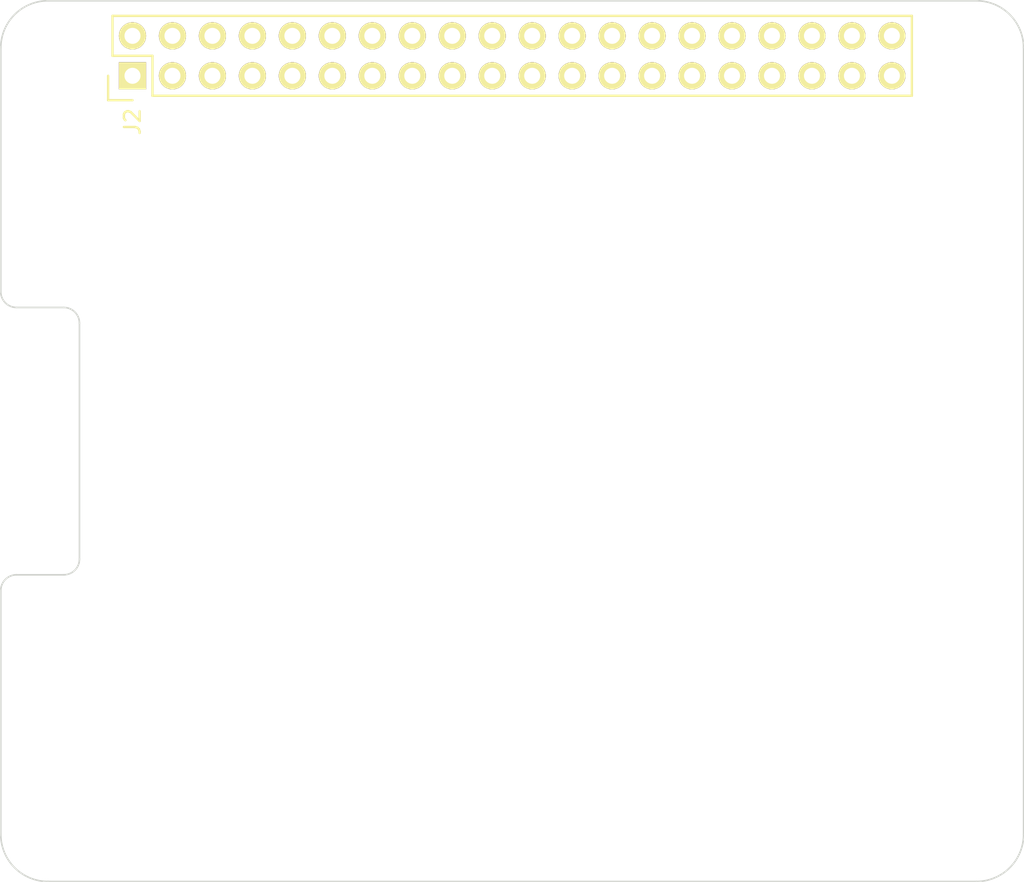
<source format=kicad_pcb>
(kicad_pcb (version 20171130) (host pcbnew "(5.0.0-rc2-dev-733-g23a9fcd91)")

  (general
    (thickness 1.6)
    (drawings 16)
    (tracks 0)
    (zones 0)
    (modules 5)
    (nets 41)
  )

  (page A4)
  (layers
    (0 F.Cu signal)
    (31 B.Cu signal)
    (32 B.Adhes user)
    (33 F.Adhes user)
    (34 B.Paste user)
    (35 F.Paste user)
    (36 B.SilkS user)
    (37 F.SilkS user)
    (38 B.Mask user)
    (39 F.Mask user)
    (40 Dwgs.User user)
    (41 Cmts.User user)
    (42 Eco1.User user)
    (43 Eco2.User user)
    (44 Edge.Cuts user)
    (45 Margin user)
    (46 B.CrtYd user)
    (47 F.CrtYd user)
    (48 B.Fab user)
    (49 F.Fab user)
  )

  (setup
    (last_trace_width 0.25)
    (user_trace_width 0.01)
    (user_trace_width 0.02)
    (user_trace_width 0.05)
    (user_trace_width 0.1)
    (user_trace_width 0.2)
    (trace_clearance 0.2)
    (zone_clearance 0.508)
    (zone_45_only no)
    (trace_min 0.01)
    (segment_width 0.2)
    (edge_width 0.1)
    (via_size 0.6)
    (via_drill 0.4)
    (via_min_size 0.4)
    (via_min_drill 0.3)
    (uvia_size 0.3)
    (uvia_drill 0.1)
    (uvias_allowed no)
    (uvia_min_size 0.2)
    (uvia_min_drill 0.1)
    (pcb_text_width 0.3)
    (pcb_text_size 1.5 1.5)
    (mod_edge_width 0.15)
    (mod_text_size 1 1)
    (mod_text_width 0.15)
    (pad_size 2.75 2.75)
    (pad_drill 2.75)
    (pad_to_mask_clearance 0)
    (aux_axis_origin 0 0)
    (visible_elements 7FFEFFFF)
    (pcbplotparams
      (layerselection 0x00030_80000001)
      (usegerberextensions false)
      (usegerberattributes false)
      (usegerberadvancedattributes false)
      (creategerberjobfile false)
      (excludeedgelayer true)
      (linewidth 0.100000)
      (plotframeref false)
      (viasonmask false)
      (mode 1)
      (useauxorigin false)
      (hpglpennumber 1)
      (hpglpenspeed 20)
      (hpglpendiameter 15)
      (psnegative false)
      (psa4output false)
      (plotreference true)
      (plotvalue true)
      (plotinvisibletext false)
      (padsonsilk false)
      (subtractmaskfromsilk false)
      (outputformat 1)
      (mirror false)
      (drillshape 0)
      (scaleselection 1)
      (outputdirectory meta/))
  )

  (net 0 "")
  (net 1 "Net-(J2-Pad1)")
  (net 2 "Net-(J2-Pad2)")
  (net 3 "Net-(J2-Pad3)")
  (net 4 "Net-(J2-Pad4)")
  (net 5 "Net-(J2-Pad5)")
  (net 6 "Net-(J2-Pad6)")
  (net 7 "Net-(J2-Pad7)")
  (net 8 "Net-(J2-Pad8)")
  (net 9 "Net-(J2-Pad9)")
  (net 10 "Net-(J2-Pad10)")
  (net 11 "Net-(J2-Pad11)")
  (net 12 "Net-(J2-Pad12)")
  (net 13 "Net-(J2-Pad13)")
  (net 14 "Net-(J2-Pad14)")
  (net 15 "Net-(J2-Pad15)")
  (net 16 "Net-(J2-Pad16)")
  (net 17 "Net-(J2-Pad17)")
  (net 18 "Net-(J2-Pad18)")
  (net 19 "Net-(J2-Pad19)")
  (net 20 "Net-(J2-Pad20)")
  (net 21 "Net-(J2-Pad21)")
  (net 22 "Net-(J2-Pad22)")
  (net 23 "Net-(J2-Pad23)")
  (net 24 "Net-(J2-Pad24)")
  (net 25 "Net-(J2-Pad25)")
  (net 26 "Net-(J2-Pad26)")
  (net 27 "Net-(J2-Pad27)")
  (net 28 "Net-(J2-Pad28)")
  (net 29 "Net-(J2-Pad29)")
  (net 30 "Net-(J2-Pad30)")
  (net 31 "Net-(J2-Pad31)")
  (net 32 "Net-(J2-Pad32)")
  (net 33 "Net-(J2-Pad33)")
  (net 34 "Net-(J2-Pad34)")
  (net 35 "Net-(J2-Pad35)")
  (net 36 "Net-(J2-Pad36)")
  (net 37 "Net-(J2-Pad37)")
  (net 38 "Net-(J2-Pad38)")
  (net 39 "Net-(J2-Pad39)")
  (net 40 "Net-(J2-Pad40)")

  (net_class Default "This is the default net class."
    (clearance 0.2)
    (trace_width 0.25)
    (via_dia 0.6)
    (via_drill 0.4)
    (uvia_dia 0.3)
    (uvia_drill 0.1)
    (add_net "Net-(J2-Pad1)")
    (add_net "Net-(J2-Pad10)")
    (add_net "Net-(J2-Pad11)")
    (add_net "Net-(J2-Pad12)")
    (add_net "Net-(J2-Pad13)")
    (add_net "Net-(J2-Pad14)")
    (add_net "Net-(J2-Pad15)")
    (add_net "Net-(J2-Pad16)")
    (add_net "Net-(J2-Pad17)")
    (add_net "Net-(J2-Pad18)")
    (add_net "Net-(J2-Pad19)")
    (add_net "Net-(J2-Pad2)")
    (add_net "Net-(J2-Pad20)")
    (add_net "Net-(J2-Pad21)")
    (add_net "Net-(J2-Pad22)")
    (add_net "Net-(J2-Pad23)")
    (add_net "Net-(J2-Pad24)")
    (add_net "Net-(J2-Pad25)")
    (add_net "Net-(J2-Pad26)")
    (add_net "Net-(J2-Pad27)")
    (add_net "Net-(J2-Pad28)")
    (add_net "Net-(J2-Pad29)")
    (add_net "Net-(J2-Pad3)")
    (add_net "Net-(J2-Pad30)")
    (add_net "Net-(J2-Pad31)")
    (add_net "Net-(J2-Pad32)")
    (add_net "Net-(J2-Pad33)")
    (add_net "Net-(J2-Pad34)")
    (add_net "Net-(J2-Pad35)")
    (add_net "Net-(J2-Pad36)")
    (add_net "Net-(J2-Pad37)")
    (add_net "Net-(J2-Pad38)")
    (add_net "Net-(J2-Pad39)")
    (add_net "Net-(J2-Pad4)")
    (add_net "Net-(J2-Pad40)")
    (add_net "Net-(J2-Pad5)")
    (add_net "Net-(J2-Pad6)")
    (add_net "Net-(J2-Pad7)")
    (add_net "Net-(J2-Pad8)")
    (add_net "Net-(J2-Pad9)")
  )

  (module RPi_Hat:Pin_Header_Straight_2x20 locked (layer F.Cu) (tedit 551989BF) (tstamp 5516AEA0)
    (at 32.5 4 90)
    (descr "Through hole pin header")
    (tags "pin header")
    (path /5515D395/5516AE26)
    (fp_text reference J2 (at -4.191 -24.13 270) (layer F.SilkS)
      (effects (font (size 1 1) (thickness 0.15)))
    )
    (fp_text value RPi_GPIO (at -1.27 -27.23 90) (layer F.Fab)
      (effects (font (size 1 1) (thickness 0.15)))
    )
    (fp_line (start -3.02 -25.88) (end -3.02 25.92) (layer F.CrtYd) (width 0.05))
    (fp_line (start 3.03 -25.88) (end 3.03 25.92) (layer F.CrtYd) (width 0.05))
    (fp_line (start -3.02 -25.88) (end 3.03 -25.88) (layer F.CrtYd) (width 0.05))
    (fp_line (start -3.02 25.92) (end 3.03 25.92) (layer F.CrtYd) (width 0.05))
    (fp_line (start 2.54 25.4) (end 2.54 -25.4) (layer F.SilkS) (width 0.15))
    (fp_line (start -2.54 -22.86) (end -2.54 25.4) (layer F.SilkS) (width 0.15))
    (fp_line (start 2.54 25.4) (end -2.54 25.4) (layer F.SilkS) (width 0.15))
    (fp_line (start 2.54 -25.4) (end 0 -25.4) (layer F.SilkS) (width 0.15))
    (fp_line (start -1.27 -25.68) (end -2.82 -25.68) (layer F.SilkS) (width 0.15))
    (fp_line (start 0 -25.4) (end 0 -22.86) (layer F.SilkS) (width 0.15))
    (fp_line (start 0 -22.86) (end -2.54 -22.86) (layer F.SilkS) (width 0.15))
    (fp_line (start -2.82 -25.68) (end -2.82 -24.13) (layer F.SilkS) (width 0.15))
    (pad 1 thru_hole rect (at -1.27 -24.13 90) (size 1.7272 1.7272) (drill 1.016) (layers *.Cu *.Mask F.SilkS)
      (net 1 "Net-(J2-Pad1)"))
    (pad 2 thru_hole oval (at 1.27 -24.13 90) (size 1.7272 1.7272) (drill 1.016) (layers *.Cu *.Mask F.SilkS)
      (net 2 "Net-(J2-Pad2)"))
    (pad 3 thru_hole oval (at -1.27 -21.59 90) (size 1.7272 1.7272) (drill 1.016) (layers *.Cu *.Mask F.SilkS)
      (net 3 "Net-(J2-Pad3)"))
    (pad 4 thru_hole oval (at 1.27 -21.59 90) (size 1.7272 1.7272) (drill 1.016) (layers *.Cu *.Mask F.SilkS)
      (net 4 "Net-(J2-Pad4)"))
    (pad 5 thru_hole oval (at -1.27 -19.05 90) (size 1.7272 1.7272) (drill 1.016) (layers *.Cu *.Mask F.SilkS)
      (net 5 "Net-(J2-Pad5)"))
    (pad 6 thru_hole oval (at 1.27 -19.05 90) (size 1.7272 1.7272) (drill 1.016) (layers *.Cu *.Mask F.SilkS)
      (net 6 "Net-(J2-Pad6)"))
    (pad 7 thru_hole oval (at -1.27 -16.51 90) (size 1.7272 1.7272) (drill 1.016) (layers *.Cu *.Mask F.SilkS)
      (net 7 "Net-(J2-Pad7)"))
    (pad 8 thru_hole oval (at 1.27 -16.51 90) (size 1.7272 1.7272) (drill 1.016) (layers *.Cu *.Mask F.SilkS)
      (net 8 "Net-(J2-Pad8)"))
    (pad 9 thru_hole oval (at -1.27 -13.97 90) (size 1.7272 1.7272) (drill 1.016) (layers *.Cu *.Mask F.SilkS)
      (net 9 "Net-(J2-Pad9)"))
    (pad 10 thru_hole oval (at 1.27 -13.97 90) (size 1.7272 1.7272) (drill 1.016) (layers *.Cu *.Mask F.SilkS)
      (net 10 "Net-(J2-Pad10)"))
    (pad 11 thru_hole oval (at -1.27 -11.43 90) (size 1.7272 1.7272) (drill 1.016) (layers *.Cu *.Mask F.SilkS)
      (net 11 "Net-(J2-Pad11)"))
    (pad 12 thru_hole oval (at 1.27 -11.43 90) (size 1.7272 1.7272) (drill 1.016) (layers *.Cu *.Mask F.SilkS)
      (net 12 "Net-(J2-Pad12)"))
    (pad 13 thru_hole oval (at -1.27 -8.89 90) (size 1.7272 1.7272) (drill 1.016) (layers *.Cu *.Mask F.SilkS)
      (net 13 "Net-(J2-Pad13)"))
    (pad 14 thru_hole oval (at 1.27 -8.89 90) (size 1.7272 1.7272) (drill 1.016) (layers *.Cu *.Mask F.SilkS)
      (net 14 "Net-(J2-Pad14)"))
    (pad 15 thru_hole oval (at -1.27 -6.35 90) (size 1.7272 1.7272) (drill 1.016) (layers *.Cu *.Mask F.SilkS)
      (net 15 "Net-(J2-Pad15)"))
    (pad 16 thru_hole oval (at 1.27 -6.35 90) (size 1.7272 1.7272) (drill 1.016) (layers *.Cu *.Mask F.SilkS)
      (net 16 "Net-(J2-Pad16)"))
    (pad 17 thru_hole oval (at -1.27 -3.81 90) (size 1.7272 1.7272) (drill 1.016) (layers *.Cu *.Mask F.SilkS)
      (net 17 "Net-(J2-Pad17)"))
    (pad 18 thru_hole oval (at 1.27 -3.81 90) (size 1.7272 1.7272) (drill 1.016) (layers *.Cu *.Mask F.SilkS)
      (net 18 "Net-(J2-Pad18)"))
    (pad 19 thru_hole oval (at -1.27 -1.27 90) (size 1.7272 1.7272) (drill 1.016) (layers *.Cu *.Mask F.SilkS)
      (net 19 "Net-(J2-Pad19)"))
    (pad 20 thru_hole oval (at 1.27 -1.27 90) (size 1.7272 1.7272) (drill 1.016) (layers *.Cu *.Mask F.SilkS)
      (net 20 "Net-(J2-Pad20)"))
    (pad 21 thru_hole oval (at -1.27 1.27 90) (size 1.7272 1.7272) (drill 1.016) (layers *.Cu *.Mask F.SilkS)
      (net 21 "Net-(J2-Pad21)"))
    (pad 22 thru_hole oval (at 1.27 1.27 90) (size 1.7272 1.7272) (drill 1.016) (layers *.Cu *.Mask F.SilkS)
      (net 22 "Net-(J2-Pad22)"))
    (pad 23 thru_hole oval (at -1.27 3.81 90) (size 1.7272 1.7272) (drill 1.016) (layers *.Cu *.Mask F.SilkS)
      (net 23 "Net-(J2-Pad23)"))
    (pad 24 thru_hole oval (at 1.27 3.81 90) (size 1.7272 1.7272) (drill 1.016) (layers *.Cu *.Mask F.SilkS)
      (net 24 "Net-(J2-Pad24)"))
    (pad 25 thru_hole oval (at -1.27 6.35 90) (size 1.7272 1.7272) (drill 1.016) (layers *.Cu *.Mask F.SilkS)
      (net 25 "Net-(J2-Pad25)"))
    (pad 26 thru_hole oval (at 1.27 6.35 90) (size 1.7272 1.7272) (drill 1.016) (layers *.Cu *.Mask F.SilkS)
      (net 26 "Net-(J2-Pad26)"))
    (pad 27 thru_hole oval (at -1.27 8.89 90) (size 1.7272 1.7272) (drill 1.016) (layers *.Cu *.Mask F.SilkS)
      (net 27 "Net-(J2-Pad27)"))
    (pad 28 thru_hole oval (at 1.27 8.89 90) (size 1.7272 1.7272) (drill 1.016) (layers *.Cu *.Mask F.SilkS)
      (net 28 "Net-(J2-Pad28)"))
    (pad 29 thru_hole oval (at -1.27 11.43 90) (size 1.7272 1.7272) (drill 1.016) (layers *.Cu *.Mask F.SilkS)
      (net 29 "Net-(J2-Pad29)"))
    (pad 30 thru_hole oval (at 1.27 11.43 90) (size 1.7272 1.7272) (drill 1.016) (layers *.Cu *.Mask F.SilkS)
      (net 30 "Net-(J2-Pad30)"))
    (pad 31 thru_hole oval (at -1.27 13.97 90) (size 1.7272 1.7272) (drill 1.016) (layers *.Cu *.Mask F.SilkS)
      (net 31 "Net-(J2-Pad31)"))
    (pad 32 thru_hole oval (at 1.27 13.97 90) (size 1.7272 1.7272) (drill 1.016) (layers *.Cu *.Mask F.SilkS)
      (net 32 "Net-(J2-Pad32)"))
    (pad 33 thru_hole oval (at -1.27 16.51 90) (size 1.7272 1.7272) (drill 1.016) (layers *.Cu *.Mask F.SilkS)
      (net 33 "Net-(J2-Pad33)"))
    (pad 34 thru_hole oval (at 1.27 16.51 90) (size 1.7272 1.7272) (drill 1.016) (layers *.Cu *.Mask F.SilkS)
      (net 34 "Net-(J2-Pad34)"))
    (pad 35 thru_hole oval (at -1.27 19.05 90) (size 1.7272 1.7272) (drill 1.016) (layers *.Cu *.Mask F.SilkS)
      (net 35 "Net-(J2-Pad35)"))
    (pad 36 thru_hole oval (at 1.27 19.05 90) (size 1.7272 1.7272) (drill 1.016) (layers *.Cu *.Mask F.SilkS)
      (net 36 "Net-(J2-Pad36)"))
    (pad 37 thru_hole oval (at -1.27 21.59 90) (size 1.7272 1.7272) (drill 1.016) (layers *.Cu *.Mask F.SilkS)
      (net 37 "Net-(J2-Pad37)"))
    (pad 38 thru_hole oval (at 1.27 21.59 90) (size 1.7272 1.7272) (drill 1.016) (layers *.Cu *.Mask F.SilkS)
      (net 38 "Net-(J2-Pad38)"))
    (pad 39 thru_hole oval (at -1.27 24.13 90) (size 1.7272 1.7272) (drill 1.016) (layers *.Cu *.Mask F.SilkS)
      (net 39 "Net-(J2-Pad39)"))
    (pad 40 thru_hole oval (at 1.27 24.13 90) (size 1.7272 1.7272) (drill 1.016) (layers *.Cu *.Mask F.SilkS)
      (net 40 "Net-(J2-Pad40)"))
    (model Pin_Headers.3dshapes/Pin_Header_Straight_2x20.wrl
      (at (xyz 0 0 0))
      (scale (xyz 1 1 1))
      (rotate (xyz 0 0 90))
    )
  )

  (module RPi_Hat:RPi_Hat_Mounting_Hole locked (layer F.Cu) (tedit 55217C7B) (tstamp 5515DEA9)
    (at 61.5 4)
    (descr "Mounting hole, Befestigungsbohrung, 2,7mm, No Annular, Kein Restring,")
    (tags "Mounting hole, Befestigungsbohrung, 2,7mm, No Annular, Kein Restring,")
    (fp_text reference "" (at 0 -4.0005) (layer F.SilkS) hide
      (effects (font (size 1 1) (thickness 0.15)))
    )
    (fp_text value "" (at 0.09906 3.59918) (layer F.Fab) hide
      (effects (font (size 1 1) (thickness 0.15)))
    )
    (fp_circle (center 0 0) (end 1.375 0) (layer F.Fab) (width 0.15))
    (fp_circle (center 0 0) (end 3.1 0) (layer F.Fab) (width 0.15))
    (fp_circle (center 0 0) (end 3.1 0) (layer B.Fab) (width 0.15))
    (fp_circle (center 0 0) (end 1.375 0) (layer B.Fab) (width 0.15))
    (fp_circle (center 0 0) (end 3.1 0) (layer F.CrtYd) (width 0.15))
    (fp_circle (center 0 0) (end 3.1 0) (layer B.CrtYd) (width 0.15))
    (pad "" np_thru_hole circle (at 0 0) (size 2.75 2.75) (drill 2.75) (layers *.Cu *.Mask)
      (solder_mask_margin 1.725) (clearance 1.725))
  )

  (module RPi_Hat:RPi_Hat_Mounting_Hole locked (layer F.Cu) (tedit 55217CCB) (tstamp 55169DC9)
    (at 61.5 53)
    (descr "Mounting hole, Befestigungsbohrung, 2,7mm, No Annular, Kein Restring,")
    (tags "Mounting hole, Befestigungsbohrung, 2,7mm, No Annular, Kein Restring,")
    (fp_text reference "" (at 0 -4.0005) (layer F.SilkS) hide
      (effects (font (size 1 1) (thickness 0.15)))
    )
    (fp_text value "" (at 0.09906 3.59918) (layer F.Fab) hide
      (effects (font (size 1 1) (thickness 0.15)))
    )
    (fp_circle (center 0 0) (end 1.375 0) (layer F.Fab) (width 0.15))
    (fp_circle (center 0 0) (end 3.1 0) (layer F.Fab) (width 0.15))
    (fp_circle (center 0 0) (end 3.1 0) (layer B.Fab) (width 0.15))
    (fp_circle (center 0 0) (end 1.375 0) (layer B.Fab) (width 0.15))
    (fp_circle (center 0 0) (end 3.1 0) (layer F.CrtYd) (width 0.15))
    (fp_circle (center 0 0) (end 3.1 0) (layer B.CrtYd) (width 0.15))
    (pad "" np_thru_hole circle (at 0 0) (size 2.75 2.75) (drill 2.75) (layers *.Cu *.Mask)
      (solder_mask_margin 1.725) (clearance 1.725))
  )

  (module RPi_Hat:RPi_Hat_Mounting_Hole locked (layer F.Cu) (tedit 55217CB9) (tstamp 5515DECC)
    (at 3.5 53)
    (descr "Mounting hole, Befestigungsbohrung, 2,7mm, No Annular, Kein Restring,")
    (tags "Mounting hole, Befestigungsbohrung, 2,7mm, No Annular, Kein Restring,")
    (fp_text reference "" (at 0 -4.0005) (layer F.SilkS) hide
      (effects (font (size 1 1) (thickness 0.15)))
    )
    (fp_text value "" (at 0.09906 3.59918) (layer F.Fab) hide
      (effects (font (size 1 1) (thickness 0.15)))
    )
    (fp_circle (center 0 0) (end 1.375 0) (layer F.Fab) (width 0.15))
    (fp_circle (center 0 0) (end 3.1 0) (layer F.Fab) (width 0.15))
    (fp_circle (center 0 0) (end 3.1 0) (layer B.Fab) (width 0.15))
    (fp_circle (center 0 0) (end 1.375 0) (layer B.Fab) (width 0.15))
    (fp_circle (center 0 0) (end 3.1 0) (layer F.CrtYd) (width 0.15))
    (fp_circle (center 0 0) (end 3.1 0) (layer B.CrtYd) (width 0.15))
    (pad "" np_thru_hole circle (at 0 0) (size 2.75 2.75) (drill 2.75) (layers *.Cu *.Mask)
      (solder_mask_margin 1.725) (clearance 1.725))
  )

  (module RPi_Hat:RPi_Hat_Mounting_Hole locked (layer F.Cu) (tedit 55217CA2) (tstamp 5515DEBF)
    (at 3.5 4)
    (descr "Mounting hole, Befestigungsbohrung, 2,7mm, No Annular, Kein Restring,")
    (tags "Mounting hole, Befestigungsbohrung, 2,7mm, No Annular, Kein Restring,")
    (fp_text reference "" (at 0 -4.0005) (layer F.SilkS) hide
      (effects (font (size 1 1) (thickness 0.15)))
    )
    (fp_text value "" (at 0.09906 3.59918) (layer F.Fab) hide
      (effects (font (size 1 1) (thickness 0.15)))
    )
    (fp_circle (center 0 0) (end 1.375 0) (layer F.Fab) (width 0.15))
    (fp_circle (center 0 0) (end 3.1 0) (layer F.Fab) (width 0.15))
    (fp_circle (center 0 0) (end 3.1 0) (layer B.Fab) (width 0.15))
    (fp_circle (center 0 0) (end 1.375 0) (layer B.Fab) (width 0.15))
    (fp_circle (center 0 0) (end 3.1 0) (layer F.CrtYd) (width 0.15))
    (fp_circle (center 0 0) (end 3.1 0) (layer B.CrtYd) (width 0.15))
    (pad "" np_thru_hole circle (at 0 0) (size 2.75 2.75) (drill 2.75) (layers *.Cu *.Mask)
      (solder_mask_margin 1.725) (clearance 1.725))
  )

  (gr_arc (start 62 3.5) (end 62 0.5) (angle 90) (layer Edge.Cuts) (width 0.1) (tstamp 5516A74C))
  (gr_line (start 3 0.5) (end 62 0.5) (angle 90) (layer Edge.Cuts) (width 0.1) (tstamp 5516A726))
  (gr_arc (start 3 3.5) (end 0 3.5) (angle 90) (layer Edge.Cuts) (width 0.1) (tstamp 5516A6F0))
  (gr_arc (start 1 38) (end 0 38) (angle 90) (layer Edge.Cuts) (width 0.1) (tstamp 5515814F))
  (gr_arc (start 4 36) (end 5 36) (angle 90) (layer Edge.Cuts) (width 0.1) (tstamp 5515812E))
  (gr_arc (start 4 21) (end 4 20) (angle 90) (layer Edge.Cuts) (width 0.1) (tstamp 5515810E))
  (gr_arc (start 1 19) (end 1 20) (angle 90) (layer Edge.Cuts) (width 0.1) (tstamp 55158090))
  (gr_arc (start 62 53.5) (end 65 53.5) (angle 90) (layer Edge.Cuts) (width 0.1) (tstamp 55157FFB))
  (gr_arc (start 3 53.5) (end 3 56.5) (angle 90) (layer Edge.Cuts) (width 0.1) (tstamp 55157FCE))
  (gr_line (start 0 38) (end 0 53.5) (layer Edge.Cuts) (width 0.1))
  (gr_line (start 0 3.429) (end 0 19) (layer Edge.Cuts) (width 0.1))
  (gr_line (start 1 37) (end 4 37) (layer Edge.Cuts) (width 0.1))
  (gr_line (start 1 20) (end 4 20) (layer Edge.Cuts) (width 0.1))
  (gr_line (start 5 21) (end 5 36) (layer Edge.Cuts) (width 0.1))
  (gr_line (start 3 56.5) (end 62 56.5) (angle 90) (layer Edge.Cuts) (width 0.1))
  (gr_line (start 65 3.428995) (end 65 53.5) (angle 90) (layer Edge.Cuts) (width 0.1))

)

</source>
